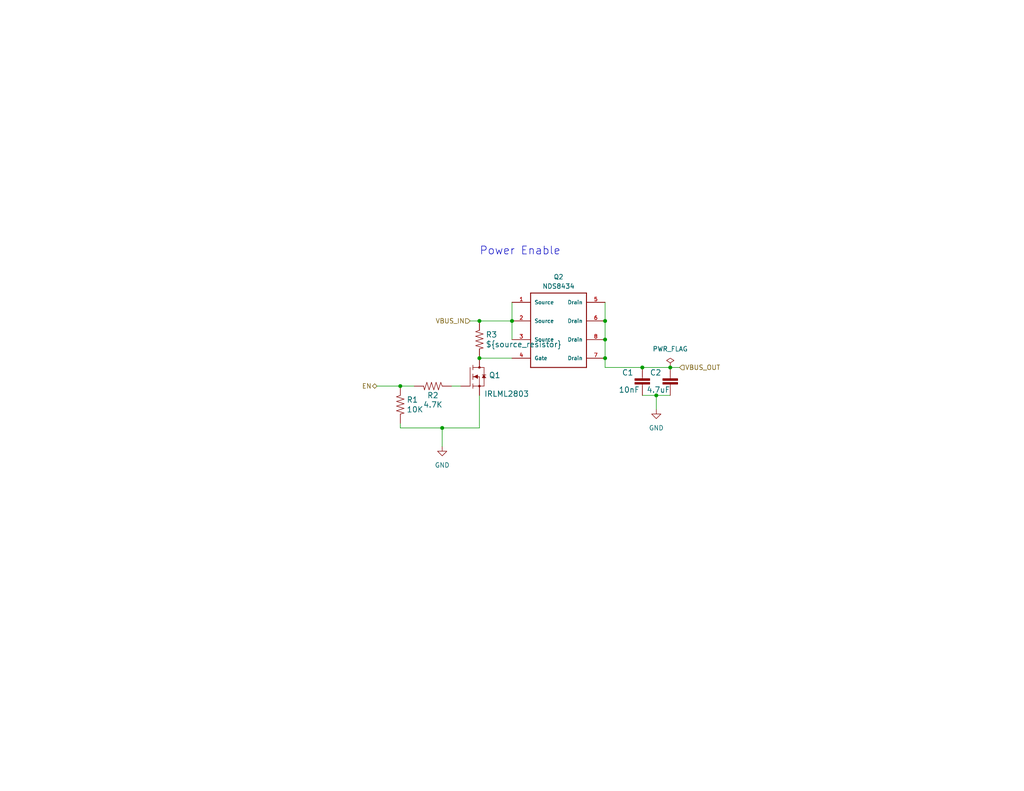
<source format=kicad_sch>
(kicad_sch (version 20231120) (generator "eeschema") (generator_version "8.0")
  (paper "A")
  (title_block (title "√g") (date "2024-08-05") (rev "1.0.1") (company "Stanford Student Space Initiative") (comment 1 "RE: Flynn Dreilinger"))
  (lib_symbols
    (symbol "adcs:NDS8434" (pin_names (offset 1.016))
      (property "Reference" "Q2" (at -1.27 11.43 0))
      (property "Value" "NDS8434" (at -5.08 -12.7 0))
      (symbol "NDS8434_0_0"
        (polyline (pts (xy -7.62 -10.16) (xy -7.62 10.16)) (stroke (width 0.254)))
        (polyline (pts (xy -7.62 10.16) (xy 7.62 10.16)) (stroke (width 0.254)))
        (polyline (pts (xy 7.62 -10.16) (xy -7.62 -10.16)) (stroke (width 0.254)))
        (polyline (pts (xy 7.62 10.16) (xy 7.62 -10.16)) (stroke (width 0.254)))
        (pin bidirectional line (at -12.7 7.62 0) (length 5.08) (name "Source") (number "1"))
        (pin bidirectional line (at -12.7 2.54 0) (length 5.08) (name "Source") (number "2"))
        (pin bidirectional line (at -12.7 -2.54 0) (length 5.08) (name "Source") (number "3"))
        (pin bidirectional line (at -12.7 -7.62 0) (length 5.08) (name "Gate") (number "4"))
        (pin bidirectional line (at 12.7 7.62 180) (length 5.08) (name "Drain") (number "5"))
        (pin bidirectional line (at 12.7 2.54 180) (length 5.08) (name "Drain") (number "6"))
        (pin bidirectional line (at 12.7 -7.62 180) (length 5.08) (name "Drain") (number "7"))
        (pin bidirectional line (at 12.7 -2.54 180) (length 5.08) (name "Drain") (number "8"))
      )
    )
    (symbol "mainboard:IRLML2803TRPBF" (pin_names (offset 1.016))
      (property "Reference" "Q" (at -11.43 1.27 0))
      (property "Value" "IRLML2803TRPBF" (at -11.43 3.81 0))
      (symbol "IRLML2803TRPBF_1_0"
        (polyline (pts (xy 0 2.54) (xy 0 -2.54)))
        (polyline (pts (xy 0.762 -2.54) (xy 0.762 -3.175)))
        (polyline (pts (xy 0.762 -1.905) (xy 0.762 -2.54)))
        (polyline (pts (xy 0.762 0) (xy 0.762 -0.762)))
        (polyline (pts (xy 0.762 0) (xy 2.54 0)))
        (polyline (pts (xy 0.762 0.762) (xy 0.762 0)))
        (polyline (pts (xy 0.762 2.54) (xy 0.762 1.905)))
        (polyline (pts (xy 0.762 2.54) (xy 3.81 2.54)))
        (polyline (pts (xy 0.762 3.175) (xy 0.762 2.54)))
        (polyline (pts (xy 2.54 -2.54) (xy 0.762 -2.54)))
        (polyline (pts (xy 2.54 -2.54) (xy 3.81 -2.54)))
        (polyline (pts (xy 2.54 0) (xy 2.54 -2.54)))
        (polyline (pts (xy 3.302 0.508) (xy 3.81 0.508)))
        (polyline (pts (xy 3.81 -0.508) (xy 3.81 -2.54)))
        (polyline (pts (xy 3.81 0.508) (xy 3.81 -0.508)))
        (polyline (pts (xy 3.81 0.508) (xy 4.318 0.508)))
        (polyline (pts (xy 3.81 2.54) (xy 3.81 0.508)))
        (polyline (pts (xy 1.016 0) (xy 2.032 0.508) (xy 2.032 -0.508)) (fill (type outline)))
        (polyline (pts (xy 3.81 0.508) (xy 3.302 -0.254) (xy 4.318 -0.254)) (fill (type outline)))
        (circle (center 2.54 -2.54) (radius 0.254))
        (circle (center 2.54 2.54) (radius 0.254))
        (pin passive line (at -2.54 -2.54 0) (length 2.54) (name "G") (number "1"))
        (pin passive line (at 2.54 -5.08 90) (length 2.54) (name "S") (number "2"))
        (pin passive line (at 2.54 5.08 270) (length 2.54) (name "D") (number "3"))
      )
    )
    (symbol "mainboard:R-US_R0603" (pin_names (offset 1.016))
      (property "Reference" "R" (at -3.81 1.4986 0))
      (property "Value" "R-US_R0603" (at -3.81 -3.302 0))
      (symbol "R-US_R0603_1_0"
        (polyline (pts (xy -2.54 0) (xy -2.159 1.016)))
        (polyline (pts (xy -2.159 1.016) (xy -1.524 -1.016)))
        (polyline (pts (xy -1.524 -1.016) (xy -0.889 1.016)))
        (polyline (pts (xy -0.889 1.016) (xy -0.254 -1.016)))
        (polyline (pts (xy -0.254 -1.016) (xy 0.381 1.016)))
        (polyline (pts (xy 0.381 1.016) (xy 1.016 -1.016)))
        (polyline (pts (xy 1.016 -1.016) (xy 1.651 1.016)))
        (polyline (pts (xy 1.651 1.016) (xy 2.286 -1.016)))
        (polyline (pts (xy 2.286 -1.016) (xy 2.54 0)))
        (pin passive line (at -5.08 0 0) (length 2.54) (name "1") (number "1"))
        (pin passive line (at 5.08 0 180) (length 2.54) (name "2") (number "2"))
      )
    )
    (symbol "power:GND" (power) (pin_numbers hide) (pin_names (offset 0) hide)
      (property "Value" "GND" (at 0 -3.81 0))
      (symbol "GND_0_1"
        (polyline (pts (xy 0 0) (xy 0 -1.27) (xy 1.27 -1.27) (xy 0 -2.54) (xy -1.27 -1.27) (xy 0 -1.27)))
      )
      (symbol "GND_1_1"
        (pin power_in line (at 0 0 270) (length 0) (name "~") (number "1"))
      )
    )
    (symbol "power:PWR_FLAG" (power) (pin_numbers hide) (pin_names (offset 0) hide)
      (property "Value" "PWR_FLAG" (at 0 3.81 0))
      (symbol "PWR_FLAG_0_0"
        (pin power_out line (at 0 0 90) (length 0) (name "pwr") (number "1"))
      )
      (symbol "PWR_FLAG_0_1"
        (polyline (pts (xy 0 0) (xy 0 1.27) (xy -1.016 1.905) (xy 0 2.54) (xy 1.016 1.905) (xy 0 1.27)))
      )
    )
    (symbol "pycubed_mainboard:10NF_10000PF-50V-10%(0603)" (pin_names (offset 1.016))
      (property "Reference" "C" (at 1.524 2.921 0))
      (property "Value" "10NF_10000PF-50V-10%(0603)" (at 1.524 -2.159 0))
      (symbol "10NF_10000PF-50V-10%(0603)_1_0"
        (rectangle (start -2.032 0.508) (end 2.032 1.016) (fill (type outline)))
        (rectangle (start -2.032 1.524) (end 2.032 2.032) (fill (type outline)))
        (polyline (pts (xy 0 0) (xy 0 0.508)))
        (polyline (pts (xy 0 2.54) (xy 0 2.032)))
        (pin passive line (at 0 5.08 270) (length 2.54) (name "1") (number "1"))
        (pin passive line (at 0 -2.54 90) (length 2.54) (name "2") (number "2"))
      )
    )
  )
  (junction (at 165.1 92.71))
  (junction (at 130.81 97.79))
  (junction (at 179.07 107.95))
  (junction (at 165.1 87.63))
  (junction (at 120.65 116.84))
  (junction (at 139.7 87.63))
  (junction (at 165.1 97.79))
  (junction (at 182.88 100.33))
  (junction (at 175.26 100.33))
  (junction (at 109.22 105.41))
  (junction (at 130.81 87.63))
  (wire (pts (xy 165.1 100.33) (xy 165.1 97.79)))
  (wire (pts (xy 175.26 100.33) (xy 182.88 100.33)))
  (wire (pts (xy 185.42 100.33) (xy 182.88 100.33)))
  (wire (pts (xy 130.81 116.84) (xy 130.81 107.95)))
  (wire (pts (xy 102.87 105.41) (xy 109.22 105.41)))
  (wire (pts (xy 165.1 100.33) (xy 175.26 100.33)))
  (wire (pts (xy 165.1 92.71) (xy 165.1 97.79)))
  (wire (pts (xy 165.1 82.55) (xy 165.1 87.63)))
  (wire (pts (xy 123.19 105.41) (xy 125.73 105.41)))
  (wire (pts (xy 109.22 105.41) (xy 113.03 105.41)))
  (wire (pts (xy 120.65 116.84) (xy 130.81 116.84)))
  (wire (pts (xy 175.26 107.95) (xy 179.07 107.95)))
  (wire (pts (xy 130.81 87.63) (xy 139.7 87.63)))
  (wire (pts (xy 109.22 116.84) (xy 120.65 116.84)))
  (wire (pts (xy 179.07 107.95) (xy 182.88 107.95)))
  (wire (pts (xy 109.22 115.57) (xy 109.22 116.84)))
  (wire (pts (xy 130.81 97.79) (xy 139.7 97.79)))
  (wire (pts (xy 165.1 87.63) (xy 165.1 92.71)))
  (wire (pts (xy 179.07 111.76) (xy 179.07 107.95)))
  (wire (pts (xy 120.65 121.92) (xy 120.65 116.84)))
  (wire (pts (xy 139.7 87.63) (xy 139.7 92.71)))
  (wire (pts (xy 128.27 87.63) (xy 130.81 87.63)))
  (wire (pts (xy 139.7 82.55) (xy 139.7 87.63)))
  (text "Power Enable" (at 130.81 69.85 0) (effects (font (size 2.159 2.159)) (justify left bottom)))
  (hierarchical_label "EN" (shape bidirectional) (at 102.87 105.41 180))
  (hierarchical_label "VBUS_IN" (shape input) (at 128.27 87.63 180))
  (hierarchical_label "VBUS_OUT" (shape input) (at 185.42 100.33 0))
  (symbol (lib_id "mainboard:R-US_R0603") (at 118.11 105.41 0) (mirror y) (unit 1)
    (property "Reference" "R2" (at 118.11 107.95 0) (effects (font (size 1.4986 1.4986))))
    (property "Value" "4.7K" (at 118.11 110.49 0) (effects (font (size 1.4986 1.4986))))
    (property "Footprint" "Resistor_SMD:R_0402_1005Metric" (effects (hide yes)))
    (property "Description" "4.7K 0603" (effects (hide yes)))
    (instances (project "IMU_and_Magnetometer" (path "" (reference "R2") (unit 1)) (path "" (reference "R5") (unit 1)) (path "" (reference "R8") (unit 1))))
  )
  (symbol (lib_id "power:PWR_FLAG") (at 182.88 100.33 0) (unit 1)
    (property "Reference" "#FLG01" (effects (hide yes)))
    (property "Value" "PWR_FLAG" (at 182.88 95.2754 0))
    (instances (project "IMU_and_Magnetometer" (path "" (reference "#FLG01") (unit 1)) (path "" (reference "#FLG02") (unit 1)) (path "" (reference "#FLG03") (unit 1))))
  )
  (symbol (lib_id "power:GND") (at 179.07 111.76 0) (unit 1)
    (property "Reference" "#PWR03" (effects (hide yes)))
    (property "Value" "GND" (at 179.07 116.84 0))
    (property "Description" "Power symbol creates a global label with name \"GND\" , ground" (effects (hide yes)))
    (instances (project "IMU_and_Magnetometer" (path "" (reference "#PWR03") (unit 1)) (path "" (reference "#PWR06") (unit 1)) (path "" (reference "#PWR09") (unit 1))))
  )
  (symbol (lib_id "power:GND") (at 120.65 121.92 0) (unit 1)
    (property "Reference" "#PWR02" (effects (hide yes)))
    (property "Value" "GND" (at 120.65 127 0))
    (property "Description" "Power symbol creates a global label with name \"GND\" , ground" (effects (hide yes)))
    (instances (project "IMU_and_Magnetometer" (path "" (reference "#PWR02") (unit 1)) (path "" (reference "#PWR05") (unit 1)) (path "" (reference "#PWR08") (unit 1))))
  )
  (symbol (lib_id "mainboard:R-US_R0603") (at 130.81 92.71 90) (mirror x) (unit 1)
    (property "Reference" "R3" (at 132.5118 91.3638 90) (effects (font (size 1.4986 1.4986)) (justify right)))
    (property "Value" "${source_resistor}" (at 132.5118 94.0308 90) (effects (font (size 1.4986 1.4986)) (justify right)))
    (property "Footprint" "Resistor_SMD:R_0402_1005Metric" (effects (hide yes)))
    (property "Description" "0603" (effects (hide yes)))
    (instances (project "IMU_and_Magnetometer" (path "" (reference "R3") (unit 1)) (path "" (reference "R6") (unit 1)) (path "" (reference "R9") (unit 1))))
  )
  (symbol (lib_id "adcs:NDS8434") (at 152.4 90.17 0) (unit 1)
    (property "Reference" "Q2" (at 152.4 75.6158 0))
    (property "Value" "NDS8434" (at 152.4 78.1558 0))
    (property "Footprint" "mainboard:NDS8434" (effects (hide yes)))
    (property "Datasheet" "https://www.onsemi.com/pdf/datasheet/nds8434-d.pdf" (effects (hide yes)))
    (property "Description" "P-Channel MOSFET" (effects (hide yes)))
    (property "Flight" "NDS8434" (effects (hide yes)))
    (property "Manufacturer_Name" "ON Semiconductor" (effects (hide yes)))
    (property "Proto" "DMP2022LSS-13" (effects (hide yes)))
    (instances (project "IMU_and_Magnetometer" (path "" (reference "Q2") (unit 1)) (path "" (reference "Q4") (unit 1)) (path "" (reference "Q6") (unit 1))))
  )
  (symbol (lib_id "pycubed_mainboard:10NF_10000PF-50V-10%(0603)") (at 182.88 105.41 0) (unit 1)
    (property "Reference" "C2" (at 177.292 101.727 0) (effects (font (size 1.4986 1.4986)) (justify left)))
    (property "Value" "4.7uF" (at 176.403 106.426 0) (effects (font (size 1.4986 1.4986)) (justify left)))
    (property "Footprint" "Capacitor_SMD:C_0402_1005Metric" (effects (hide yes)))
    (instances (project "IMU_and_Magnetometer" (path "" (reference "C2") (unit 1)) (path "" (reference "C4") (unit 1)) (path "" (reference "C6") (unit 1))))
  )
  (symbol (lib_id "mainboard:R-US_R0603") (at 109.22 110.49 90) (mirror x) (unit 1)
    (property "Reference" "R1" (at 110.9218 109.1438 90) (effects (font (size 1.4986 1.4986)) (justify right)))
    (property "Value" "10K" (at 110.9218 111.8108 90) (effects (font (size 1.4986 1.4986)) (justify right)))
    (property "Footprint" "Resistor_SMD:R_0402_1005Metric" (effects (hide yes)))
    (property "Description" "10K 0603" (effects (hide yes)))
    (instances (project "IMU_and_Magnetometer" (path "" (reference "R1") (unit 1)) (path "" (reference "R4") (unit 1)) (path "" (reference "R7") (unit 1))))
  )
  (symbol (lib_id "pycubed_mainboard:10NF_10000PF-50V-10%(0603)") (at 175.26 105.41 0) (unit 1)
    (property "Reference" "C1" (at 169.672 101.727 0) (effects (font (size 1.4986 1.4986)) (justify left)))
    (property "Value" "10nF" (at 168.783 106.426 0) (effects (font (size 1.4986 1.4986)) (justify left)))
    (property "Footprint" "Capacitor_SMD:C_0402_1005Metric" (effects (hide yes)))
    (instances (project "IMU_and_Magnetometer" (path "" (reference "C1") (unit 1)) (path "" (reference "C3") (unit 1)) (path "" (reference "C5") (unit 1))))
  )
  (symbol (lib_id "mainboard:IRLML2803TRPBF") (at 128.27 102.87 0) (unit 1)
    (property "Reference" "Q1" (at 133.35 101.6 0) (effects (font (size 1.4986 1.4986)) (justify left top)))
    (property "Value" "IRLML2803" (at 132.08 106.68 0) (effects (font (size 1.4986 1.4986)) (justify left top)))
    (property "Footprint" "mainboard:SOT-23" (effects (hide yes)))
    (property "Datasheet" "https://www.infineon.com/dgdl/irlml2803pbf.pdf?fileId=5546d462533600a4015356682aff260f" (effects (hide yes)))
    (property "Description" "Single N-Channel MOSFET" (effects (hide yes)))
    (property "Flight" "IRLML2803" (effects (hide yes)))
    (property "Manufacturer_Name" "Infineon Technologies" (effects (hide yes)))
    (property "Proto" "2302" (effects (hide yes)))
    (instances (project "IMU_and_Magnetometer" (path "" (reference "Q1") (unit 1)) (path "" (reference "Q3") (unit 1)) (path "" (reference "Q5") (unit 1))))
  )
)
</source>
